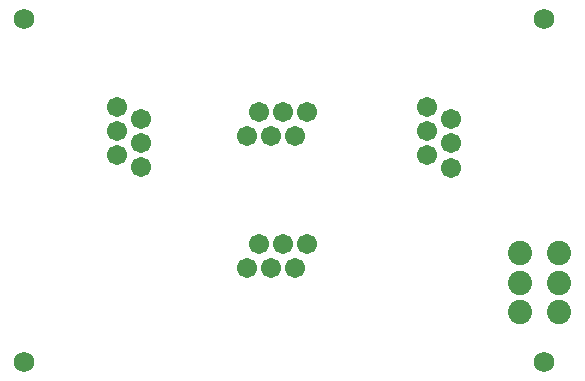
<source format=gbs>
%FSAX44Y44*%
%MOMM*%
G71*
G01*
G75*
G04 Layer_Color=16711935*
%ADD10R,1.1000X1.7000*%
%ADD11R,1.7000X1.1000*%
%ADD12C,0.5080*%
%ADD13C,1.5000*%
%ADD14C,1.0000*%
%ADD15C,1.8500*%
%ADD16C,1.5000*%
%ADD17C,1.5240*%
%ADD18C,3.4500*%
%ADD19C,1.2700*%
%ADD20C,0.2500*%
%ADD21C,0.2000*%
%ADD22C,0.2540*%
%ADD23R,1.3032X1.9032*%
%ADD24R,1.9032X1.3032*%
%ADD25C,2.0532*%
%ADD26C,1.7032*%
%ADD27C,1.7272*%
D25*
X00582920Y00422040D02*
D03*
Y00447040D02*
D03*
Y00472040D02*
D03*
X00549920Y00422040D02*
D03*
Y00447040D02*
D03*
Y00472040D02*
D03*
D26*
X00491470Y00585200D02*
D03*
Y00564800D02*
D03*
Y00544400D02*
D03*
X00471170Y00595400D02*
D03*
Y00575000D02*
D03*
Y00554600D02*
D03*
X00328970Y00591800D02*
D03*
X00349370D02*
D03*
X00369770D02*
D03*
X00318770Y00571500D02*
D03*
X00339170D02*
D03*
X00359570D02*
D03*
X00208300Y00554800D02*
D03*
Y00575200D02*
D03*
Y00595600D02*
D03*
X00228600Y00544600D02*
D03*
Y00565000D02*
D03*
Y00585400D02*
D03*
X00328770Y00480060D02*
D03*
X00349170D02*
D03*
X00369570D02*
D03*
X00318570Y00459760D02*
D03*
X00338970D02*
D03*
X00359370D02*
D03*
D27*
X00570000Y00380000D02*
D03*
X00130000D02*
D03*
Y00670000D02*
D03*
X00570000D02*
D03*
M02*

</source>
